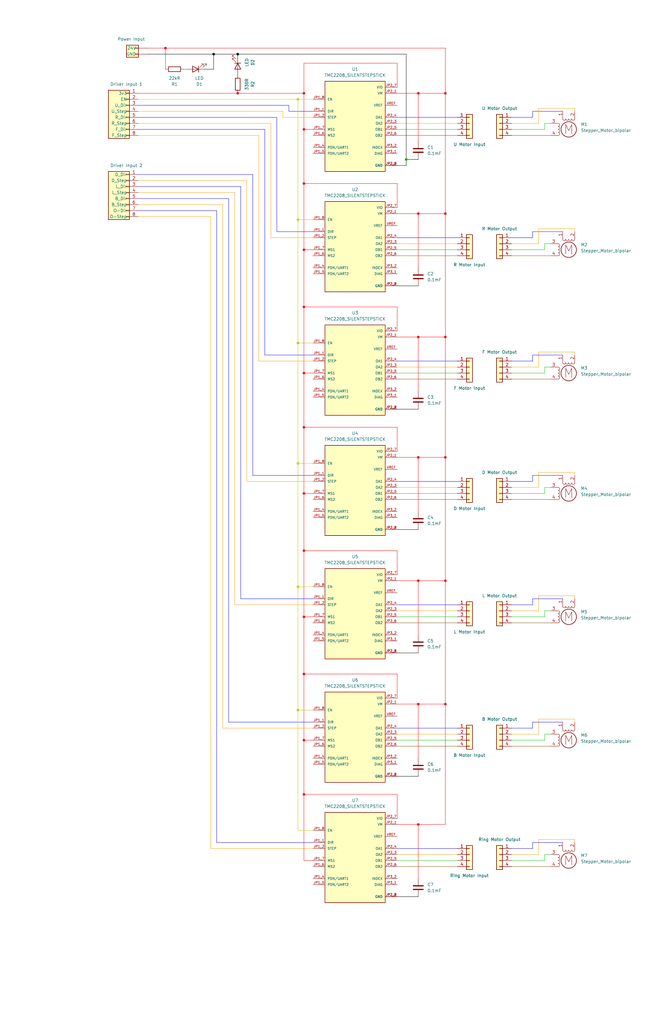
<source format=kicad_sch>
(kicad_sch (version 20231120) (generator "eeschema") (generator_version "8.0")
  (paper "B" portrait)
  (title_block (title "Rubik's Cube Motor Driver Board") (date "5/23/24") (rev "A") (company "Designed by Charlie Lambert") (comment 1 "Motor Driver baord for Rubik's Cube Solving Machine"))
  (lib_symbols
    (symbol "Conn_01x08_1" (pin_names (offset 1.016))
      (property "Value" "Driver Input 1" (at 0 11.43 0))
      (symbol "Conn_01x08_1_1_1"
        (pin passive line (at -5.08 7.62 0) (length 3.81) (name "3v3") (number "1"))
        (pin passive line (at -5.08 5.08 0) (length 3.81) (name "EN") (number "2"))
        (pin passive line (at -5.08 2.54 0) (length 3.81) (name "U_Dir") (number "3"))
        (pin passive line (at -5.08 0 0) (length 3.81) (name "U_Step") (number "4"))
        (pin passive line (at -5.08 -2.54 0) (length 3.81) (name "R_Dir") (number "5"))
        (pin passive line (at -5.08 -5.08 0) (length 3.81) (name "R_Step") (number "6"))
        (pin passive line (at -5.08 -7.62 0) (length 3.81) (name "F_Dir") (number "7"))
        (pin passive line (at -5.08 -10.16 0) (length 3.81) (name "F_Step") (number "8"))
      )
    )
    (symbol "Connector_Generic:Conn_01x02" (pin_numbers hide) (pin_names (offset 1.016))
      (property "Value" "Power Input	" (at 0 3.81 0))
      (symbol "Conn_01x02_1_1"
        (pin passive line (at -5.08 0 0) (length 3.81) (name "24V") (number "1"))
        (pin passive line (at -5.08 -2.54 0) (length 3.81) (name "GND") (number "2"))
      )
    )
    (symbol "Connector_Generic:Conn_01x04" (pin_names (offset 1.016) hide)
      (property "Reference" "J" (at 0 5.08 0))
      (property "Value" "Conn_01x04" (at 0 -7.62 0))
      (symbol "Conn_01x04_1_1"
        (pin passive line (at -5.08 2.54 0) (length 3.81) (name "Pin_1") (number "1"))
        (pin passive line (at -5.08 0 0) (length 3.81) (name "Pin_2") (number "2"))
        (pin passive line (at -5.08 -2.54 0) (length 3.81) (name "Pin_3") (number "3"))
        (pin passive line (at -5.08 -5.08 0) (length 3.81) (name "Pin_4") (number "4"))
      )
    )
    (symbol "Connector_Generic:Conn_01x08" (pin_names (offset 1.016))
      (property "Value" "Driver Input 2" (at 0 11.43 0))
      (symbol "Conn_01x08_1_1"
        (pin passive line (at -5.08 7.62 0) (length 3.81) (name "D_Dir") (number "1"))
        (pin passive line (at -5.08 5.08 0) (length 3.81) (name "D_Step") (number "2"))
        (pin passive line (at -5.08 2.54 0) (length 3.81) (name "L_Dir") (number "3"))
        (pin passive line (at -5.08 0 0) (length 3.81) (name "L_Step") (number "4"))
        (pin passive line (at -5.08 -2.54 0) (length 3.81) (name "B_Dir") (number "5"))
        (pin passive line (at -5.08 -5.08 0) (length 3.81) (name "B_Step") (number "6"))
        (pin passive line (at -5.08 -7.62 0) (length 3.81) (name "O-Dir") (number "7"))
        (pin passive line (at -5.08 -10.16 0) (length 3.81) (name "O-Step") (number "8"))
      )
    )
    (symbol "Device:C" (pin_numbers hide) (pin_names (offset 0.254))
      (property "Reference" "C" (at 0.635 2.54 0))
      (property "Value" "C" (at 0.635 -2.54 0))
      (symbol "C_1_1"
        (pin passive line (at 0 3.81 270) (length 2.794) (name "~") (number "1"))
        (pin passive line (at 0 -3.81 90) (length 2.794) (name "~") (number "2"))
      )
    )
    (symbol "Device:LED" (pin_numbers hide) (pin_names (offset 1.016) hide)
      (property "Reference" "D" (at 0 2.54 0))
      (property "Value" "LED" (at 0 -2.54 0))
      (symbol "LED_1_1"
        (pin passive line (at -3.81 0 0) (length 2.54) (name "K") (number "1"))
        (pin passive line (at 3.81 0 180) (length 2.54) (name "A") (number "2"))
      )
    )
    (symbol "Device:R" (pin_numbers hide) (pin_names (offset 0))
      (property "Reference" "R" (at 2.032 0 90))
      (property "Value" "R" (at 0 0 90))
      (symbol "R_1_1"
        (pin passive line (at 0 3.81 270) (length 1.27) (name "~") (number "1"))
        (pin passive line (at 0 -3.81 90) (length 1.27) (name "~") (number "2"))
      )
    )
    (symbol "Motor:Stepper_Motor_bipolar" (pin_names (offset 0) hide)
      (property "Reference" "M" (at 3.81 2.54 0))
      (property "Value" "Stepper_Motor_bipolar" (at 3.81 1.27 0))
      (symbol "Stepper_Motor_bipolar_1_1"
        (pin passive line (at -2.54 7.62 270) (length 2.54) (name "~") (number "1"))
        (pin passive line (at 2.54 7.62 270) (length 2.54) (name "-") (number "2"))
        (pin passive line (at -7.62 2.54 0) (length 2.54) (name "~") (number "3"))
        (pin passive line (at -7.62 -2.54 0) (length 2.54) (name "~") (number "4"))
      )
    )
    (symbol "TMC2208_SILENTSTEPSTICK:TMC2208_SILENTSTEPSTICK" (pin_names (offset 1.016))
      (property "Reference" "U" (at -12.7 19.05 0))
      (property "Value" "TMC2208_SILENTSTEPSTICK" (at -12.7 -22.86 0))
      (symbol "TMC2208_SILENTSTEPSTICK_0_0"
        (pin input line (at -17.78 5.08 0) (length 5.08) (name "DIR") (number "JP1_1"))
        (pin input line (at -17.78 2.54 0) (length 5.08) (name "STEP") (number "JP1_2"))
        (pin bidirectional line (at -17.78 -10.16 0) (length 5.08) (name "PDN/UART1") (number "JP1_4"))
        (pin bidirectional line (at -17.78 -12.7 0) (length 5.08) (name "PDN/UART2") (number "JP1_5"))
        (pin input line (at -17.78 -5.08 0) (length 5.08) (name "MS2") (number "JP1_6"))
        (pin input line (at -17.78 -2.54 0) (length 5.08) (name "MS1") (number "JP1_7"))
        (pin input line (at -17.78 10.16 0) (length 5.08) (name "EN") (number "JP1_8"))
        (pin power_in line (at 17.78 12.7 180) (length 5.08) (name "VM") (number "JP2_1"))
        (pin power_in line (at 17.78 -17.78 180) (length 5.08) (name "GND") (number "JP2_2"))
        (pin passive line (at 17.78 0 180) (length 5.08) (name "OA2") (number "JP2_3"))
        (pin passive line (at 17.78 2.54 180) (length 5.08) (name "OA1") (number "JP2_4"))
        (pin passive line (at 17.78 -2.54 180) (length 5.08) (name "OB1") (number "JP2_5"))
        (pin passive line (at 17.78 -5.08 180) (length 5.08) (name "OB2") (number "JP2_6"))
        (pin power_in line (at 17.78 15.24 180) (length 5.08) (name "VIO") (number "JP2_7"))
        (pin power_in line (at 17.78 -17.78 180) (length 5.08) (name "GND") (number "JP2_8"))
        (pin output line (at 17.78 -12.7 180) (length 5.08) (name "DIAG") (number "JP3_1"))
        (pin output line (at 17.78 -10.16 180) (length 5.08) (name "INDEX") (number "JP3_2"))
        (pin passive line (at 17.78 7.62 180) (length 5.08) (name "VREF") (number "VREF"))
      )
    )
  )
  (junction (at 128.27 129.54) (color 255 0 0 1))
  (junction (at 176.53 142.24) (color 255 0 0 1))
  (junction (at 128.27 208.28) (color 255 0 0 1))
  (junction (at 128.27 77.47) (color 255 0 0 1))
  (junction (at 176.53 297.18) (color 255 0 0 1))
  (junction (at 187.96 297.18) (color 255 0 0 1))
  (junction (at 125.73 144.78) (color 194 194 0 1))
  (junction (at 187.96 193.04) (color 255 0 0 1))
  (junction (at 100.33 39.37) (color 255 0 0 1))
  (junction (at 176.53 193.04) (color 255 0 0 1))
  (junction (at 128.27 180.34) (color 255 0 0 1))
  (junction (at 69.85 20.32) (color 255 0 0 1))
  (junction (at 128.27 260.35) (color 255 0 0 1))
  (junction (at 128.27 232.41) (color 255 0 0 1))
  (junction (at 128.27 105.41) (color 255 0 0 1))
  (junction (at 128.27 39.37) (color 255 0 0 1))
  (junction (at 125.73 41.91) (color 194 194 0 1))
  (junction (at 125.73 92.71) (color 194 194 0 1))
  (junction (at 171.45 67.31))
  (junction (at 187.96 142.24) (color 255 0 0 1))
  (junction (at 128.27 312.42) (color 255 0 0 1))
  (junction (at 176.53 39.37) (color 255 0 0 1))
  (junction (at 125.73 247.65) (color 194 194 0 1))
  (junction (at 187.96 39.37) (color 255 0 0 1))
  (junction (at 176.53 90.17) (color 255 0 0 1))
  (junction (at 187.96 90.17) (color 255 0 0 1))
  (junction (at 187.96 245.11) (color 255 0 0 1))
  (junction (at 125.73 299.72) (color 194 194 0 1))
  (junction (at 128.27 54.61) (color 255 0 0 1))
  (junction (at 128.27 284.48) (color 255 0 0 1))
  (junction (at 125.73 195.58) (color 194 194 0 1))
  (junction (at 176.53 245.11) (color 255 0 0 1))
  (junction (at 100.33 22.86) (color 0 0 0 1))
  (junction (at 90.17 22.86) (color 0 0 0 1))
  (junction (at 128.27 335.28) (color 255 0 0 1))
  (junction (at 128.27 157.48) (color 255 0 0 1))
  (junction (at 176.53 347.98) (color 255 0 0 1))
  (wire (pts (xy 167.64 105.41) (xy 193.04 105.41)) (stroke (width 0) (color 0 194 0 1)))
  (wire (pts (xy 128.27 208.28) (xy 128.27 232.41)) (stroke (width 0) (color 255 0 0 1)))
  (wire (pts (xy 227.33 303.53) (xy 242.57 303.53)) (stroke (width 0) (color 255 153 0 1)))
  (wire (pts (xy 232.41 107.95) (xy 215.9 107.95)) (stroke (width 0) (color 128 77 0 1)))
  (wire (pts (xy 132.08 157.48) (xy 128.27 157.48)) (stroke (width 0) (color 255 0 0 1)))
  (wire (pts (xy 58.42 73.66) (xy 106.68 73.66)) (stroke (width 0) (color 0 0 255 1)))
  (wire (pts (xy 227.33 148.59) (xy 227.33 154.94)) (stroke (width 0) (color 255 153 0 1)))
  (wire (pts (xy 224.79 200.66) (xy 224.79 203.2)) (stroke (width 0) (color 0 0 255 1)))
  (wire (pts (xy 215.9 358.14) (xy 224.79 358.14)) (stroke (width 0) (color 0 0 255 1)))
  (wire (pts (xy 171.45 67.31) (xy 171.45 69.85)) (stroke (width 0) (color 0 0 0 1)))
  (wire (pts (xy 132.08 46.99) (xy 121.92 46.99)) (stroke (width 0) (color 0 0 255 1)))
  (wire (pts (xy 99.06 81.28) (xy 99.06 255.27)) (stroke (width 0) (color 255 153 0 1)))
  (wire (pts (xy 116.84 49.53) (xy 58.42 49.53)) (stroke (width 0) (color 0 0 255 1)))
  (wire (pts (xy 224.79 46.99) (xy 237.49 46.99)) (stroke (width 0) (color 0 0 255 1)))
  (wire (pts (xy 171.45 67.31) (xy 176.53 67.31)) (stroke (width 0) (color 0 0 0 1)))
  (wire (pts (xy 167.64 152.4) (xy 193.04 152.4)) (stroke (width 0) (color 0 0 255 1)))
  (wire (pts (xy 58.42 88.9) (xy 91.44 88.9)) (stroke (width 0) (color 0 0 255 1)))
  (wire (pts (xy 227.33 360.68) (xy 215.9 360.68)) (stroke (width 0) (color 255 153 0 1)))
  (wire (pts (xy 167.64 260.35) (xy 193.04 260.35)) (stroke (width 0) (color 0 194 0 1)))
  (wire (pts (xy 167.64 205.74) (xy 193.04 205.74)) (stroke (width 0) (color 255 153 0 1)))
  (wire (pts (xy 100.33 39.37) (xy 128.27 39.37)) (stroke (width 0) (color 255 0 0 1)))
  (wire (pts (xy 125.73 195.58) (xy 125.73 247.65)) (stroke (width 0) (color 194 194 0 1)))
  (wire (pts (xy 167.64 107.95) (xy 193.04 107.95)) (stroke (width 0) (color 128 77 0 1)))
  (wire (pts (xy 128.27 26.67) (xy 167.64 26.67)) (stroke (width 0) (color 255 0 0 1)))
  (wire (pts (xy 176.53 245.11) (xy 167.64 245.11)) (stroke (width 0) (color 255 0 0 1)))
  (wire (pts (xy 128.27 77.47) (xy 167.64 77.47)) (stroke (width 0) (color 255 0 0 1)))
  (wire (pts (xy 215.9 255.27) (xy 224.79 255.27)) (stroke (width 0) (color 0 0 255 1)))
  (wire (pts (xy 167.64 180.34) (xy 167.64 190.5)) (stroke (width 0) (color 255 0 0 1)))
  (wire (pts (xy 176.53 267.97) (xy 176.53 245.11)) (stroke (width 0) (color 255 0 0 1)))
  (wire (pts (xy 227.33 45.72) (xy 242.57 45.72)) (stroke (width 0) (color 255 153 0 1)))
  (wire (pts (xy 187.96 245.11) (xy 176.53 245.11)) (stroke (width 0) (color 255 0 0 1)))
  (wire (pts (xy 187.96 297.18) (xy 176.53 297.18)) (stroke (width 0) (color 255 0 0 1)))
  (wire (pts (xy 167.64 314.96) (xy 193.04 314.96)) (stroke (width 0) (color 128 77 0 1)))
  (wire (pts (xy 229.87 360.68) (xy 232.41 360.68)) (stroke (width 0) (color 0 194 0 1)))
  (wire (pts (xy 176.53 320.04) (xy 176.53 297.18)) (stroke (width 0) (color 255 0 0 1)))
  (wire (pts (xy 215.9 49.53) (xy 224.79 49.53)) (stroke (width 0) (color 0 0 255 1)))
  (wire (pts (xy 224.79 200.66) (xy 237.49 200.66)) (stroke (width 0) (color 0 0 255 1)))
  (wire (pts (xy 227.33 303.53) (xy 227.33 309.88)) (stroke (width 0) (color 255 153 0 1)))
  (wire (pts (xy 187.96 193.04) (xy 176.53 193.04)) (stroke (width 0) (color 255 0 0 1)))
  (wire (pts (xy 109.22 152.4) (xy 132.08 152.4)) (stroke (width 0) (color 255 153 0 1)))
  (wire (pts (xy 176.53 165.1) (xy 176.53 142.24)) (stroke (width 0) (color 255 0 0 1)))
  (wire (pts (xy 128.27 335.28) (xy 167.64 335.28)) (stroke (width 0) (color 255 0 0 1)))
  (wire (pts (xy 125.73 41.91) (xy 125.73 92.71)) (stroke (width 0) (color 194 194 0 1)))
  (wire (pts (xy 224.79 304.8) (xy 237.49 304.8)) (stroke (width 0) (color 0 0 255 1)))
  (wire (pts (xy 58.42 83.82) (xy 96.52 83.82)) (stroke (width 0) (color 0 0 255 1)))
  (wire (pts (xy 167.64 232.41) (xy 167.64 242.57)) (stroke (width 0) (color 255 0 0 1)))
  (wire (pts (xy 167.64 203.2) (xy 193.04 203.2)) (stroke (width 0) (color 0 0 255 1)))
  (wire (pts (xy 229.87 102.87) (xy 232.41 102.87)) (stroke (width 0) (color 0 194 0 1)))
  (wire (pts (xy 132.08 363.22) (xy 128.27 363.22)) (stroke (width 0) (color 255 0 0 1)))
  (wire (pts (xy 132.08 203.2) (xy 104.14 203.2)) (stroke (width 0) (color 255 153 0 1)))
  (wire (pts (xy 125.73 41.91) (xy 132.08 41.91)) (stroke (width 0) (color 194 194 0 1)))
  (wire (pts (xy 215.9 260.35) (xy 229.87 260.35)) (stroke (width 0) (color 0 194 0 1)))
  (wire (pts (xy 224.79 149.86) (xy 224.79 152.4)) (stroke (width 0) (color 0 0 255 1)))
  (wire (pts (xy 91.44 355.6) (xy 132.08 355.6)) (stroke (width 0) (color 0 0 255 1)))
  (wire (pts (xy 128.27 157.48) (xy 128.27 180.34)) (stroke (width 0) (color 255 0 0 1)))
  (wire (pts (xy 187.96 142.24) (xy 187.96 193.04)) (stroke (width 0) (color 255 0 0 1)))
  (wire (pts (xy 100.33 22.86) (xy 100.33 24.13)) (stroke (width 0) (color 0 0 0 1)))
  (wire (pts (xy 242.57 96.52) (xy 242.57 97.79)) (stroke (width 0) (color 255 153 0 1)))
  (wire (pts (xy 128.27 54.61) (xy 128.27 77.47)) (stroke (width 0) (color 255 0 0 1)))
  (wire (pts (xy 215.9 312.42) (xy 229.87 312.42)) (stroke (width 0) (color 0 194 0 1)))
  (wire (pts (xy 229.87 360.68) (xy 229.87 363.22)) (stroke (width 0) (color 0 194 0 1)))
  (wire (pts (xy 229.87 257.81) (xy 229.87 260.35)) (stroke (width 0) (color 0 194 0 1)))
  (wire (pts (xy 176.53 39.37) (xy 167.64 39.37)) (stroke (width 0) (color 255 0 0 1)))
  (wire (pts (xy 229.87 257.81) (xy 232.41 257.81)) (stroke (width 0) (color 0 194 0 1)))
  (wire (pts (xy 128.27 284.48) (xy 167.64 284.48)) (stroke (width 0) (color 255 0 0 1)))
  (wire (pts (xy 132.08 260.35) (xy 128.27 260.35)) (stroke (width 0) (color 255 0 0 1)))
  (wire (pts (xy 125.73 247.65) (xy 125.73 299.72)) (stroke (width 0) (color 194 194 0 1)))
  (wire (pts (xy 88.9 358.14) (xy 132.08 358.14)) (stroke (width 0) (color 255 153 0 1)))
  (wire (pts (xy 88.9 91.44) (xy 58.42 91.44)) (stroke (width 0) (color 255 153 0 1)))
  (wire (pts (xy 167.64 255.27) (xy 193.04 255.27)) (stroke (width 0) (color 0 0 255 1)))
  (wire (pts (xy 215.9 152.4) (xy 224.79 152.4)) (stroke (width 0) (color 0 0 255 1)))
  (wire (pts (xy 125.73 92.71) (xy 125.73 144.78)) (stroke (width 0) (color 194 194 0 1)))
  (wire (pts (xy 91.44 88.9) (xy 91.44 355.6)) (stroke (width 0) (color 0 0 255 1)))
  (wire (pts (xy 215.9 363.22) (xy 229.87 363.22)) (stroke (width 0) (color 0 194 0 1)))
  (wire (pts (xy 224.79 355.6) (xy 224.79 358.14)) (stroke (width 0) (color 0 0 255 1)))
  (wire (pts (xy 167.64 120.65) (xy 176.53 120.65)) (stroke (width 0) (color 0 0 0 1)))
  (wire (pts (xy 132.08 208.28) (xy 128.27 208.28)) (stroke (width 0) (color 255 0 0 1)))
  (wire (pts (xy 167.64 223.52) (xy 176.53 223.52)) (stroke (width 0) (color 0 0 0 1)))
  (wire (pts (xy 167.64 307.34) (xy 193.04 307.34)) (stroke (width 0) (color 0 0 255 1)))
  (wire (pts (xy 176.53 113.03) (xy 176.53 90.17)) (stroke (width 0) (color 255 0 0 1)))
  (wire (pts (xy 88.9 358.14) (xy 88.9 91.44)) (stroke (width 0) (color 255 153 0 1)))
  (wire (pts (xy 227.33 251.46) (xy 227.33 257.81)) (stroke (width 0) (color 255 153 0 1)))
  (wire (pts (xy 119.38 46.99) (xy 58.42 46.99)) (stroke (width 0) (color 255 153 0 1)))
  (wire (pts (xy 116.84 97.79) (xy 116.84 49.53)) (stroke (width 0) (color 0 0 255 1)))
  (wire (pts (xy 128.27 312.42) (xy 128.27 335.28)) (stroke (width 0) (color 255 0 0 1)))
  (wire (pts (xy 114.3 52.07) (xy 58.42 52.07)) (stroke (width 0) (color 255 153 0 1)))
  (wire (pts (xy 232.41 365.76) (xy 215.9 365.76)) (stroke (width 0) (color 128 77 0 1)))
  (wire (pts (xy 242.57 303.53) (xy 242.57 304.8)) (stroke (width 0) (color 255 153 0 1)))
  (wire (pts (xy 167.64 172.72) (xy 176.53 172.72)) (stroke (width 0) (color 0 0 0 1)))
  (wire (pts (xy 187.96 347.98) (xy 176.53 347.98)) (stroke (width 0) (color 255 0 0 1)))
  (wire (pts (xy 224.79 97.79) (xy 237.49 97.79)) (stroke (width 0) (color 0 0 255 1)))
  (wire (pts (xy 229.87 52.07) (xy 229.87 54.61)) (stroke (width 0) (color 0 194 0 1)))
  (wire (pts (xy 224.79 252.73) (xy 237.49 252.73)) (stroke (width 0) (color 0 0 255 1)))
  (wire (pts (xy 128.27 157.48) (xy 128.27 129.54)) (stroke (width 0) (color 255 0 0 1)))
  (wire (pts (xy 111.76 54.61) (xy 111.76 149.86)) (stroke (width 0) (color 0 0 255 1)))
  (wire (pts (xy 167.64 257.81) (xy 193.04 257.81)) (stroke (width 0) (color 255 153 0 1)))
  (wire (pts (xy 224.79 46.99) (xy 224.79 49.53)) (stroke (width 0) (color 0 0 255 1)))
  (wire (pts (xy 171.45 22.86) (xy 171.45 67.31)) (stroke (width 0) (color 0 0 0 1)))
  (wire (pts (xy 176.53 347.98) (xy 167.64 347.98)) (stroke (width 0) (color 255 0 0 1)))
  (wire (pts (xy 227.33 199.39) (xy 242.57 199.39)) (stroke (width 0) (color 255 153 0 1)))
  (wire (pts (xy 229.87 205.74) (xy 232.41 205.74)) (stroke (width 0) (color 0 194 0 1)))
  (wire (pts (xy 128.27 232.41) (xy 167.64 232.41)) (stroke (width 0) (color 255 0 0 1)))
  (wire (pts (xy 167.64 208.28) (xy 193.04 208.28)) (stroke (width 0) (color 0 194 0 1)))
  (wire (pts (xy 227.33 52.07) (xy 215.9 52.07)) (stroke (width 0) (color 255 153 0 1)))
  (wire (pts (xy 215.9 54.61) (xy 229.87 54.61)) (stroke (width 0) (color 0 194 0 1)))
  (wire (pts (xy 227.33 257.81) (xy 215.9 257.81)) (stroke (width 0) (color 255 153 0 1)))
  (wire (pts (xy 167.64 52.07) (xy 193.04 52.07)) (stroke (width 0) (color 255 153 0 1)))
  (wire (pts (xy 224.79 97.79) (xy 224.79 100.33)) (stroke (width 0) (color 0 0 255 1)))
  (wire (pts (xy 187.96 20.32) (xy 187.96 39.37)) (stroke (width 0) (color 255 0 0 1)))
  (wire (pts (xy 167.64 335.28) (xy 167.64 345.44)) (stroke (width 0) (color 255 0 0 1)))
  (wire (pts (xy 125.73 247.65) (xy 132.08 247.65)) (stroke (width 0) (color 194 194 0 1)))
  (wire (pts (xy 69.85 20.32) (xy 187.96 20.32)) (stroke (width 0) (color 255 0 0 1)))
  (wire (pts (xy 128.27 260.35) (xy 128.27 232.41)) (stroke (width 0) (color 255 0 0 1)))
  (wire (pts (xy 106.68 73.66) (xy 106.68 200.66)) (stroke (width 0) (color 0 0 255 1)))
  (wire (pts (xy 62.23 20.32) (xy 69.85 20.32)) (stroke (width 0) (color 255 0 0 1)))
  (wire (pts (xy 90.17 22.86) (xy 90.17 29.21)) (stroke (width 0) (color 0 0 0 1)))
  (wire (pts (xy 229.87 52.07) (xy 232.41 52.07)) (stroke (width 0) (color 0 194 0 1)))
  (wire (pts (xy 128.27 363.22) (xy 128.27 335.28)) (stroke (width 0) (color 255 0 0 1)))
  (wire (pts (xy 224.79 252.73) (xy 224.79 255.27)) (stroke (width 0) (color 0 0 255 1)))
  (wire (pts (xy 167.64 69.85) (xy 171.45 69.85)) (stroke (width 0) (color 0 0 0 1)))
  (wire (pts (xy 90.17 29.21) (xy 86.36 29.21)) (stroke (width 0) (color 0 0 0 1)))
  (wire (pts (xy 96.52 304.8) (xy 132.08 304.8)) (stroke (width 0) (color 0 0 255 1)))
  (wire (pts (xy 125.73 144.78) (xy 132.08 144.78)) (stroke (width 0) (color 194 194 0 1)))
  (wire (pts (xy 242.57 45.72) (xy 242.57 46.99)) (stroke (width 0) (color 255 153 0 1)))
  (wire (pts (xy 128.27 105.41) (xy 128.27 129.54)) (stroke (width 0) (color 255 0 0 1)))
  (wire (pts (xy 167.64 363.22) (xy 193.04 363.22)) (stroke (width 0) (color 0 194 0 1)))
  (wire (pts (xy 224.79 355.6) (xy 237.49 355.6)) (stroke (width 0) (color 0 0 255 1)))
  (wire (pts (xy 229.87 102.87) (xy 229.87 105.41)) (stroke (width 0) (color 0 194 0 1)))
  (wire (pts (xy 229.87 154.94) (xy 232.41 154.94)) (stroke (width 0) (color 0 194 0 1)))
  (wire (pts (xy 99.06 81.28) (xy 58.42 81.28)) (stroke (width 0) (color 255 153 0 1)))
  (wire (pts (xy 242.57 148.59) (xy 242.57 149.86)) (stroke (width 0) (color 255 153 0 1)))
  (wire (pts (xy 58.42 39.37) (xy 100.33 39.37)) (stroke (width 0) (color 255 0 0 1)))
  (wire (pts (xy 187.96 90.17) (xy 176.53 90.17)) (stroke (width 0) (color 255 0 0 1)))
  (wire (pts (xy 227.33 96.52) (xy 242.57 96.52)) (stroke (width 0) (color 255 153 0 1)))
  (wire (pts (xy 232.41 210.82) (xy 215.9 210.82)) (stroke (width 0) (color 128 77 0 1)))
  (wire (pts (xy 111.76 149.86) (xy 132.08 149.86)) (stroke (width 0) (color 0 0 255 1)))
  (wire (pts (xy 232.41 314.96) (xy 215.9 314.96)) (stroke (width 0) (color 128 77 0 1)))
  (wire (pts (xy 227.33 96.52) (xy 227.33 102.87)) (stroke (width 0) (color 255 153 0 1)))
  (wire (pts (xy 167.64 77.47) (xy 167.64 87.63)) (stroke (width 0) (color 255 0 0 1)))
  (wire (pts (xy 167.64 210.82) (xy 193.04 210.82)) (stroke (width 0) (color 128 77 0 1)))
  (wire (pts (xy 227.33 251.46) (xy 242.57 251.46)) (stroke (width 0) (color 255 153 0 1)))
  (wire (pts (xy 176.53 59.69) (xy 176.53 39.37)) (stroke (width 0) (color 255 0 0 1)))
  (wire (pts (xy 232.41 57.15) (xy 215.9 57.15)) (stroke (width 0) (color 128 77 0 1)))
  (wire (pts (xy 176.53 142.24) (xy 167.64 142.24)) (stroke (width 0) (color 255 0 0 1)))
  (wire (pts (xy 167.64 284.48) (xy 167.64 294.64)) (stroke (width 0) (color 255 0 0 1)))
  (wire (pts (xy 242.57 251.46) (xy 242.57 252.73)) (stroke (width 0) (color 255 153 0 1)))
  (wire (pts (xy 121.92 44.45) (xy 58.42 44.45)) (stroke (width 0) (color 0 0 255 1)))
  (wire (pts (xy 119.38 49.53) (xy 132.08 49.53)) (stroke (width 0) (color 255 153 0 1)))
  (wire (pts (xy 125.73 299.72) (xy 125.73 350.52)) (stroke (width 0) (color 194 194 0 1)))
  (wire (pts (xy 232.41 160.02) (xy 215.9 160.02)) (stroke (width 0) (color 128 77 0 1)))
  (wire (pts (xy 58.42 41.91) (xy 125.73 41.91)) (stroke (width 0) (color 194 194 0 1)))
  (wire (pts (xy 125.73 350.52) (xy 132.08 350.52)) (stroke (width 0) (color 194 194 0 1)))
  (wire (pts (xy 114.3 100.33) (xy 114.3 52.07)) (stroke (width 0) (color 255 153 0 1)))
  (wire (pts (xy 121.92 46.99) (xy 121.92 44.45)) (stroke (width 0) (color 0 0 255 1)))
  (wire (pts (xy 167.64 26.67) (xy 167.64 36.83)) (stroke (width 0) (color 255 0 0 1)))
  (wire (pts (xy 187.96 193.04) (xy 187.96 245.11)) (stroke (width 0) (color 255 0 0 1)))
  (wire (pts (xy 78.74 29.21) (xy 77.47 29.21)))
  (wire (pts (xy 167.64 312.42) (xy 193.04 312.42)) (stroke (width 0) (color 0 194 0 1)))
  (wire (pts (xy 101.6 252.73) (xy 101.6 78.74)) (stroke (width 0) (color 0 0 255 1)))
  (wire (pts (xy 176.53 297.18) (xy 167.64 297.18)) (stroke (width 0) (color 255 0 0 1)))
  (wire (pts (xy 58.42 57.15) (xy 109.22 57.15)) (stroke (width 0) (color 255 153 0 1)))
  (wire (pts (xy 167.64 275.59) (xy 176.53 275.59)) (stroke (width 0) (color 0 0 0 1)))
  (wire (pts (xy 229.87 154.94) (xy 229.87 157.48)) (stroke (width 0) (color 0 194 0 1)))
  (wire (pts (xy 128.27 105.41) (xy 128.27 77.47)) (stroke (width 0) (color 255 0 0 1)))
  (wire (pts (xy 167.64 54.61) (xy 193.04 54.61)) (stroke (width 0) (color 0 194 0 1)))
  (wire (pts (xy 242.57 199.39) (xy 242.57 200.66)) (stroke (width 0) (color 255 153 0 1)))
  (wire (pts (xy 167.64 262.89) (xy 193.04 262.89)) (stroke (width 0) (color 128 77 0 1)))
  (wire (pts (xy 167.64 327.66) (xy 176.53 327.66)) (stroke (width 0) (color 0 0 0 1)))
  (wire (pts (xy 167.64 129.54) (xy 167.64 139.7)) (stroke (width 0) (color 255 0 0 1)))
  (wire (pts (xy 167.64 378.46) (xy 176.53 378.46)) (stroke (width 0) (color 0 0 0 1)))
  (wire (pts (xy 99.06 255.27) (xy 132.08 255.27)) (stroke (width 0) (color 255 153 0 1)))
  (wire (pts (xy 227.33 309.88) (xy 215.9 309.88)) (stroke (width 0) (color 255 153 0 1)))
  (wire (pts (xy 132.08 97.79) (xy 116.84 97.79)) (stroke (width 0) (color 0 0 255 1)))
  (wire (pts (xy 125.73 144.78) (xy 125.73 195.58)) (stroke (width 0) (color 194 194 0 1)))
  (wire (pts (xy 119.38 49.53) (xy 119.38 46.99)) (stroke (width 0) (color 255 153 0 1)))
  (wire (pts (xy 227.33 154.94) (xy 215.9 154.94)) (stroke (width 0) (color 255 153 0 1)))
  (wire (pts (xy 58.42 54.61) (xy 111.76 54.61)) (stroke (width 0) (color 0 0 255 1)))
  (wire (pts (xy 93.98 86.36) (xy 93.98 307.34)) (stroke (width 0) (color 255 153 0 1)))
  (wire (pts (xy 229.87 309.88) (xy 229.87 312.42)) (stroke (width 0) (color 0 194 0 1)))
  (wire (pts (xy 106.68 200.66) (xy 132.08 200.66)) (stroke (width 0) (color 0 0 255 1)))
  (wire (pts (xy 176.53 193.04) (xy 167.64 193.04)) (stroke (width 0) (color 255 0 0 1)))
  (wire (pts (xy 167.64 157.48) (xy 193.04 157.48)) (stroke (width 0) (color 0 194 0 1)))
  (wire (pts (xy 104.14 76.2) (xy 58.42 76.2)) (stroke (width 0) (color 255 153 0 1)))
  (wire (pts (xy 227.33 354.33) (xy 227.33 360.68)) (stroke (width 0) (color 255 153 0 1)))
  (wire (pts (xy 187.96 39.37) (xy 187.96 90.17)) (stroke (width 0) (color 255 0 0 1)))
  (wire (pts (xy 93.98 307.34) (xy 132.08 307.34)) (stroke (width 0) (color 255 153 0 1)))
  (wire (pts (xy 229.87 309.88) (xy 232.41 309.88)) (stroke (width 0) (color 0 194 0 1)))
  (wire (pts (xy 167.64 57.15) (xy 193.04 57.15)) (stroke (width 0) (color 128 77 0 1)))
  (wire (pts (xy 90.17 22.86) (xy 100.33 22.86)) (stroke (width 0) (color 0 0 0 1)))
  (wire (pts (xy 167.64 358.14) (xy 193.04 358.14)) (stroke (width 0) (color 0 0 255 1)))
  (wire (pts (xy 227.33 102.87) (xy 215.9 102.87)) (stroke (width 0) (color 255 153 0 1)))
  (wire (pts (xy 132.08 252.73) (xy 101.6 252.73)) (stroke (width 0) (color 0 0 255 1)))
  (wire (pts (xy 215.9 100.33) (xy 224.79 100.33)) (stroke (width 0) (color 0 0 255 1)))
  (wire (pts (xy 242.57 354.33) (xy 242.57 355.6)) (stroke (width 0) (color 255 153 0 1)))
  (wire (pts (xy 229.87 205.74) (xy 229.87 208.28)) (stroke (width 0) (color 0 194 0 1)))
  (wire (pts (xy 128.27 129.54) (xy 167.64 129.54)) (stroke (width 0) (color 255 0 0 1)))
  (wire (pts (xy 176.53 215.9) (xy 176.53 193.04)) (stroke (width 0) (color 255 0 0 1)))
  (wire (pts (xy 128.27 180.34) (xy 167.64 180.34)) (stroke (width 0) (color 255 0 0 1)))
  (wire (pts (xy 167.64 309.88) (xy 193.04 309.88)) (stroke (width 0) (color 255 153 0 1)))
  (wire (pts (xy 232.41 262.89) (xy 215.9 262.89)) (stroke (width 0) (color 128 77 0 1)))
  (wire (pts (xy 132.08 312.42) (xy 128.27 312.42)) (stroke (width 0) (color 255 0 0 1)))
  (wire (pts (xy 227.33 45.72) (xy 227.33 52.07)) (stroke (width 0) (color 255 153 0 1)))
  (wire (pts (xy 128.27 39.37) (xy 128.27 26.67)) (stroke (width 0) (color 255 0 0 1)))
  (wire (pts (xy 128.27 39.37) (xy 128.27 54.61)) (stroke (width 0) (color 255 0 0 1)))
  (wire (pts (xy 167.64 360.68) (xy 193.04 360.68)) (stroke (width 0) (color 255 153 0 1)))
  (wire (pts (xy 215.9 208.28) (xy 229.87 208.28)) (stroke (width 0) (color 0 194 0 1)))
  (wire (pts (xy 187.96 90.17) (xy 187.96 142.24)) (stroke (width 0) (color 255 0 0 1)))
  (wire (pts (xy 125.73 195.58) (xy 132.08 195.58)) (stroke (width 0) (color 194 194 0 1)))
  (wire (pts (xy 167.64 154.94) (xy 193.04 154.94)) (stroke (width 0) (color 255 153 0 1)))
  (wire (pts (xy 167.64 100.33) (xy 193.04 100.33)) (stroke (width 0) (color 0 0 255 1)))
  (wire (pts (xy 227.33 199.39) (xy 227.33 205.74)) (stroke (width 0) (color 255 153 0 1)))
  (wire (pts (xy 187.96 142.24) (xy 176.53 142.24)) (stroke (width 0) (color 255 0 0 1)))
  (wire (pts (xy 227.33 205.74) (xy 215.9 205.74)) (stroke (width 0) (color 255 153 0 1)))
  (wire (pts (xy 167.64 365.76) (xy 193.04 365.76)) (stroke (width 0) (color 128 77 0 1)))
  (wire (pts (xy 128.27 312.42) (xy 128.27 284.48)) (stroke (width 0) (color 255 0 0 1)))
  (wire (pts (xy 69.85 20.32) (xy 69.85 29.21)) (stroke (width 0) (color 255 0 0 1)))
  (wire (pts (xy 167.64 102.87) (xy 193.04 102.87)) (stroke (width 0) (color 255 153 0 1)))
  (wire (pts (xy 215.9 157.48) (xy 229.87 157.48)) (stroke (width 0) (color 0 194 0 1)))
  (wire (pts (xy 167.64 49.53) (xy 193.04 49.53)) (stroke (width 0) (color 0 0 255 1)))
  (wire (pts (xy 104.14 203.2) (xy 104.14 76.2)) (stroke (width 0) (color 255 153 0 1)))
  (wire (pts (xy 132.08 54.61) (xy 128.27 54.61)) (stroke (width 0) (color 255 0 0 1)))
  (wire (pts (xy 96.52 304.8) (xy 96.52 83.82)) (stroke (width 0) (color 0 0 255 1)))
  (wire (pts (xy 215.9 307.34) (xy 224.79 307.34)) (stroke (width 0) (color 0 0 255 1)))
  (wire (pts (xy 215.9 203.2) (xy 224.79 203.2)) (stroke (width 0) (color 0 0 255 1)))
  (wire (pts (xy 132.08 105.41) (xy 128.27 105.41)) (stroke (width 0) (color 255 0 0 1)))
  (wire (pts (xy 187.96 245.11) (xy 187.96 297.18)) (stroke (width 0) (color 255 0 0 1)))
  (wire (pts (xy 132.08 100.33) (xy 114.3 100.33)) (stroke (width 0) (color 255 153 0 1)))
  (wire (pts (xy 128.27 208.28) (xy 128.27 180.34)) (stroke (width 0) (color 255 0 0 1)))
  (wire (pts (xy 125.73 299.72) (xy 132.08 299.72)) (stroke (width 0) (color 194 194 0 1)))
  (wire (pts (xy 176.53 90.17) (xy 167.64 90.17)) (stroke (width 0) (color 255 0 0 1)))
  (wire (pts (xy 224.79 149.86) (xy 237.49 149.86)) (stroke (width 0) (color 0 0 255 1)))
  (wire (pts (xy 58.42 78.74) (xy 101.6 78.74)) (stroke (width 0) (color 0 0 255 1)))
  (wire (pts (xy 227.33 148.59) (xy 242.57 148.59)) (stroke (width 0) (color 255 153 0 1)))
  (wire (pts (xy 62.23 22.86) (xy 90.17 22.86)) (stroke (width 0) (color 0 0 0 1)))
  (wire (pts (xy 187.96 39.37) (xy 176.53 39.37)) (stroke (width 0) (color 255 0 0 1)))
  (wire (pts (xy 224.79 304.8) (xy 224.79 307.34)) (stroke (width 0) (color 0 0 255 1)))
  (wire (pts (xy 176.53 370.84) (xy 176.53 347.98)) (stroke (width 0) (color 255 0 0 1)))
  (wire (pts (xy 227.33 354.33) (xy 242.57 354.33)) (stroke (width 0) (color 255 153 0 1)))
  (wire (pts (xy 215.9 105.41) (xy 229.87 105.41)) (stroke (width 0) (color 0 194 0 1)))
  (wire (pts (xy 100.33 22.86) (xy 171.45 22.86)) (stroke (width 0) (color 0 0 0 1)))
  (wire (pts (xy 93.98 86.36) (xy 58.42 86.36)) (stroke (width 0) (color 255 153 0 1)))
  (wire (pts (xy 125.73 92.71) (xy 132.08 92.71)) (stroke (width 0) (color 194 194 0 1)))
  (wire (pts (xy 128.27 260.35) (xy 128.27 284.48)) (stroke (width 0) (color 255 0 0 1)))
  (wire (pts (xy 187.96 297.18) (xy 187.96 347.98)) (stroke (width 0) (color 255 0 0 1)))
  (wire (pts (xy 109.22 57.15) (xy 109.22 152.4)) (stroke (width 0) (color 255 153 0 1)))
  (wire (pts (xy 167.64 160.02) (xy 193.04 160.02)) (stroke (width 0) (color 128 77 0 1)))
  (symbol (lib_id "Connector_Generic:Conn_01x04") (at 198.12 52.07 0) (unit 1)
    (property "Reference" "J2" (effects (hide yes)))
    (property "Value" "U Motor Input" (at 198.12 60.96 0))
    (property "Footprint" "Connector_JST:JST_XH_B4B-XH-A_1x04_P2.50mm_Vertical" (effects (hide yes)))
    (property "Description" "Generic connector, single row, 01x04, script generated (kicad-library-utils/schlib/autogen/connector/)" (effects (hide yes)))
  )
  (symbol (lib_id "Motor:Stepper_Motor_bipolar") (at 240.03 260.35 0) (unit 1) (exclude_from_sim yes) (in_bom no) (on_board no)
    (property "Reference" "M5" (at 245.11 258.229 0) (effects (justify left)))
    (property "Value" "Stepper_Motor_bipolar" (at 245.11 260.769 0) (effects (justify left)))
    (property "Datasheet" "http://www.infineon.com/dgdl/Application-Note-TLE8110EE_driving_UniPolarStepperMotor_V1.1.pdf?fileId=db3a30431be39b97011be5d0aa0a00b0" (effects (hide yes)))
    (property "Description" "4-wire bipolar stepper motor" (effects (hide yes)))
  )
  (symbol (lib_id "TMC2208_SILENTSTEPSTICK:TMC2208_SILENTSTEPSTICK") (at 149.86 102.87 0) (unit 1)
    (property "Reference" "U2" (at 149.86 80.01 0))
    (property "Value" "TMC2208_SILENTSTEPSTICK" (at 149.86 82.55 0))
    (property "Footprint" "TMC2208_SILENTSTEPSTICK:MODULE_TMC2208_SILENTSTEPSTICK" (effects (hide yes)))
    (property "MF" "Trinamic Motion" (effects (hide yes)))
    (property "Description_1" "\nTMC2208 Motor Controller/Driver, Stepper Power Management Evaluation Board\n" (effects (hide yes)))
    (property "Package" "None" (effects (hide yes)))
    (property "Price" "None" (effects (hide yes)))
    (property "Check_prices" "https://www.snapeda.com/parts/TMC2208%20SILENTSTEPSTICK/Trinamic+Motion+Control+GmbH/view-part/?ref=eda" (effects (hide yes)))
    (property "SnapEDA_Link" "https://www.snapeda.com/parts/TMC2208%20SILENTSTEPSTICK/Trinamic+Motion+Control+GmbH/view-part/?ref=snap" (effects (hide yes)))
    (property "MP" "TMC2208 SILENTSTEPSTICK" (effects (hide yes)))
    (property "Availability" "In Stock" (effects (hide yes)))
    (property "MANUFACTURER" "Trinamic Motion" (effects (hide yes)))
  )
  (symbol (lib_id "Device:R") (at 100.33 35.56 0) (unit 1)
    (property "Reference" "R2" (at 106.68 35.56 90))
    (property "Value" "330R" (at 104.14 35.56 90))
    (property "Footprint" "Resistor_THT:R_Axial_DIN0204_L3.6mm_D1.6mm_P7.62mm_Horizontal" (effects (hide yes)))
    (property "Description" "Resistor" (effects (hide yes)))
  )
  (symbol (lib_id "Device:C") (at 176.53 271.78 180) (unit 1)
    (property "Reference" "C5" (at 180.34 270.5099 0) (effects (justify right)))
    (property "Value" "0.1mF" (at 180.34 273.0499 0) (effects (justify right)))
    (property "Footprint" "Capacitor_THT:C_Radial_D4.0mm_H7.0mm_P1.50mm" (effects (hide yes)))
    (property "Description" "Unpolarized capacitor" (effects (hide yes)))
  )
  (symbol (lib_id "Device:C") (at 176.53 116.84 180) (unit 1)
    (property "Reference" "C2" (at 180.34 115.5699 0) (effects (justify right)))
    (property "Value" "0.1mF" (at 180.34 118.1099 0) (effects (justify right)))
    (property "Footprint" "Capacitor_THT:C_Radial_D4.0mm_H7.0mm_P1.50mm" (effects (hide yes)))
    (property "Description" "Unpolarized capacitor" (effects (hide yes)))
  )
  (symbol (lib_id "Connector_Generic:Conn_01x04") (at 210.82 205.74 0) (mirror y) (unit 1) (exclude_from_sim yes) (in_bom no) (on_board no)
    (property "Reference" "J9" (effects (hide yes)))
    (property "Value" "D Motor Output" (at 210.82 199.39 0))
    (property "Footprint" "Connector_JST:JST_XH_B4B-XH-A_1x04_P2.50mm_Vertical" (effects (hide yes)))
    (property "Description" "Generic connector, single row, 01x04, script generated (kicad-library-utils/schlib/autogen/connector/)" (effects (hide yes)))
  )
  (symbol (lib_id "Connector_Generic:Conn_01x04") (at 198.12 154.94 0) (unit 1)
    (property "Reference" "J6" (effects (hide yes)))
    (property "Value" "F Motor Input" (at 198.12 163.83 0))
    (property "Footprint" "Connector_JST:JST_XH_B4B-XH-A_1x04_P2.50mm_Vertical" (effects (hide yes)))
    (property "Description" "Generic connector, single row, 01x04, script generated (kicad-library-utils/schlib/autogen/connector/)" (effects (hide yes)))
  )
  (symbol (lib_id "Connector_Generic:Conn_01x04") (at 198.12 309.88 0) (unit 1)
    (property "Reference" "J11" (effects (hide yes)))
    (property "Value" "B Motor Input" (at 198.12 318.77 0))
    (property "Footprint" "Connector_JST:JST_XH_B4B-XH-A_1x04_P2.50mm_Vertical" (effects (hide yes)))
    (property "Description" "Generic connector, single row, 01x04, script generated (kicad-library-utils/schlib/autogen/connector/)" (effects (hide yes)))
  )
  (symbol (lib_id "Motor:Stepper_Motor_bipolar") (at 240.03 208.28 0) (unit 1) (exclude_from_sim yes) (in_bom no) (on_board no)
    (property "Reference" "M4" (at 245.11 206.159 0) (effects (justify left)))
    (property "Value" "Stepper_Motor_bipolar" (at 245.11 208.699 0) (effects (justify left)))
    (property "Datasheet" "http://www.infineon.com/dgdl/Application-Note-TLE8110EE_driving_UniPolarStepperMotor_V1.1.pdf?fileId=db3a30431be39b97011be5d0aa0a00b0" (effects (hide yes)))
    (property "Description" "4-wire bipolar stepper motor" (effects (hide yes)))
  )
  (symbol (lib_id "TMC2208_SILENTSTEPSTICK:TMC2208_SILENTSTEPSTICK") (at 149.86 205.74 0) (unit 1)
    (property "Reference" "U4" (at 149.86 182.88 0))
    (property "Value" "TMC2208_SILENTSTEPSTICK" (at 149.86 185.42 0))
    (property "Footprint" "TMC2208_SILENTSTEPSTICK:MODULE_TMC2208_SILENTSTEPSTICK" (effects (hide yes)))
    (property "MF" "Trinamic Motion" (effects (hide yes)))
    (property "Description_1" "\nTMC2208 Motor Controller/Driver, Stepper Power Management Evaluation Board\n" (effects (hide yes)))
    (property "Package" "None" (effects (hide yes)))
    (property "Price" "None" (effects (hide yes)))
    (property "Check_prices" "https://www.snapeda.com/parts/TMC2208%20SILENTSTEPSTICK/Trinamic+Motion+Control+GmbH/view-part/?ref=eda" (effects (hide yes)))
    (property "SnapEDA_Link" "https://www.snapeda.com/parts/TMC2208%20SILENTSTEPSTICK/Trinamic+Motion+Control+GmbH/view-part/?ref=snap" (effects (hide yes)))
    (property "MP" "TMC2208 SILENTSTEPSTICK" (effects (hide yes)))
    (property "Availability" "In Stock" (effects (hide yes)))
    (property "MANUFACTURER" "Trinamic Motion" (effects (hide yes)))
  )
  (symbol (lib_id "Device:C") (at 176.53 219.71 180) (unit 1)
    (property "Reference" "C4" (at 180.34 218.4399 0) (effects (justify right)))
    (property "Value" "0.1mF" (at 180.34 220.9799 0) (effects (justify right)))
    (property "Footprint" "Capacitor_THT:C_Radial_D4.0mm_H7.0mm_P1.50mm" (effects (hide yes)))
    (property "Description" "Unpolarized capacitor" (effects (hide yes)))
  )
  (symbol (lib_id "Device:LED") (at 82.55 29.21 180) (unit 1)
    (property "Reference" "D1" (at 84.1375 35.56 0))
    (property "Value" "LED" (at 84.1375 33.02 0))
    (property "Footprint" "LED_THT:LED_D5.0mm" (effects (hide yes)))
    (property "Description" "Light emitting diode" (effects (hide yes)))
  )
  (symbol (lib_id "Connector_Generic:Conn_01x04") (at 198.12 257.81 0) (unit 1)
    (property "Reference" "J10" (effects (hide yes)))
    (property "Value" "L Motor Input" (at 198.12 266.7 0))
    (property "Footprint" "Connector_JST:JST_XH_B4B-XH-A_1x04_P2.50mm_Vertical" (effects (hide yes)))
    (property "Description" "Generic connector, single row, 01x04, script generated (kicad-library-utils/schlib/autogen/connector/)" (effects (hide yes)))
  )
  (symbol (lib_id "Connector_Generic:Conn_01x04") (at 210.82 154.94 0) (mirror y) (unit 1) (exclude_from_sim yes) (in_bom no) (on_board no)
    (property "Reference" "J8" (effects (hide yes)))
    (property "Value" "F Motor Output" (at 210.82 148.59 0))
    (property "Footprint" "Connector_JST:JST_XH_B4B-XH-A_1x04_P2.50mm_Vertical" (effects (hide yes)))
    (property "Description" "Generic connector, single row, 01x04, script generated (kicad-library-utils/schlib/autogen/connector/)" (effects (hide yes)))
  )
  (symbol (lib_id "Motor:Stepper_Motor_bipolar") (at 240.03 157.48 0) (unit 1) (exclude_from_sim yes) (in_bom no) (on_board no)
    (property "Reference" "M3" (at 245.11 155.359 0) (effects (justify left)))
    (property "Value" "Stepper_Motor_bipolar" (at 245.11 157.899 0) (effects (justify left)))
    (property "Datasheet" "http://www.infineon.com/dgdl/Application-Note-TLE8110EE_driving_UniPolarStepperMotor_V1.1.pdf?fileId=db3a30431be39b97011be5d0aa0a00b0" (effects (hide yes)))
    (property "Description" "4-wire bipolar stepper motor" (effects (hide yes)))
  )
  (symbol (lib_id "Connector_Generic:Conn_01x02") (at 57.15 20.32 0) (mirror y) (unit 1)
    (property "Reference" "J1" (effects (hide yes)))
    (property "Value" "Power Input	" (at 57.15 16.51 0))
    (property "Footprint" "Connector_JST:JST_XH_B4B-XH-A_1x04_P2.50mm_Vertical" (effects (hide yes)))
    (property "Description" "Generic connector, single row, 01x02, script generated (kicad-library-utils/schlib/autogen/connector/)" (effects (hide yes)))
  )
  (symbol (lib_id "Device:C") (at 176.53 168.91 180) (unit 1)
    (property "Reference" "C3" (at 180.34 167.6399 0) (effects (justify right)))
    (property "Value" "0.1mF" (at 180.34 170.1799 0) (effects (justify right)))
    (property "Footprint" "Capacitor_THT:C_Radial_D4.0mm_H7.0mm_P1.50mm" (effects (hide yes)))
    (property "Description" "Unpolarized capacitor" (effects (hide yes)))
  )
  (symbol (lib_id "Device:C") (at 176.53 374.65 180) (unit 1)
    (property "Reference" "C7" (at 180.34 373.3799 0) (effects (justify right)))
    (property "Value" "0.1mF" (at 180.34 375.9199 0) (effects (justify right)))
    (property "Footprint" "Capacitor_THT:C_Radial_D4.0mm_H7.0mm_P1.50mm" (effects (hide yes)))
    (property "Description" "Unpolarized capacitor" (effects (hide yes)))
  )
  (symbol (lib_id "Device:R") (at 73.66 29.21 270) (unit 1)
    (property "Reference" "R1" (at 73.66 35.56 90))
    (property "Value" "22kR" (at 73.66 33.02 90))
    (property "Footprint" "Resistor_THT:R_Axial_DIN0204_L3.6mm_D1.6mm_P7.62mm_Horizontal" (effects (hide yes)))
    (property "Description" "Resistor" (effects (hide yes)))
  )
  (symbol (lib_id "TMC2208_SILENTSTEPSTICK:TMC2208_SILENTSTEPSTICK") (at 149.86 52.07 0) (unit 1)
    (property "Reference" "U1" (at 149.86 29.21 0))
    (property "Value" "TMC2208_SILENTSTEPSTICK" (at 149.86 31.75 0))
    (property "Footprint" "TMC2208_SILENTSTEPSTICK:MODULE_TMC2208_SILENTSTEPSTICK" (effects (hide yes)))
    (property "MF" "Trinamic Motion" (effects (hide yes)))
    (property "Description_1" "\nTMC2208 Motor Controller/Driver, Stepper Power Management Evaluation Board\n" (effects (hide yes)))
    (property "Package" "None" (effects (hide yes)))
    (property "Price" "None" (effects (hide yes)))
    (property "Check_prices" "https://www.snapeda.com/parts/TMC2208%20SILENTSTEPSTICK/Trinamic+Motion+Control+GmbH/view-part/?ref=eda" (effects (hide yes)))
    (property "SnapEDA_Link" "https://www.snapeda.com/parts/TMC2208%20SILENTSTEPSTICK/Trinamic+Motion+Control+GmbH/view-part/?ref=snap" (effects (hide yes)))
    (property "MP" "TMC2208 SILENTSTEPSTICK" (effects (hide yes)))
    (property "Availability" "In Stock" (effects (hide yes)))
    (property "MANUFACTURER" "Trinamic Motion" (effects (hide yes)))
  )
  (symbol (lib_id "Motor:Stepper_Motor_bipolar") (at 240.03 54.61 0) (unit 1) (exclude_from_sim yes) (in_bom no) (on_board no)
    (property "Reference" "M1" (at 245.11 52.489 0) (effects (justify left)))
    (property "Value" "Stepper_Motor_bipolar" (at 245.11 55.029 0) (effects (justify left)))
    (property "Datasheet" "http://www.infineon.com/dgdl/Application-Note-TLE8110EE_driving_UniPolarStepperMotor_V1.1.pdf?fileId=db3a30431be39b97011be5d0aa0a00b0" (effects (hide yes)))
    (property "Description" "4-wire bipolar stepper motor" (effects (hide yes)))
  )
  (symbol (lib_id "TMC2208_SILENTSTEPSTICK:TMC2208_SILENTSTEPSTICK") (at 149.86 154.94 0) (unit 1)
    (property "Reference" "U3" (at 149.86 132.08 0))
    (property "Value" "TMC2208_SILENTSTEPSTICK" (at 149.86 134.62 0))
    (property "Footprint" "TMC2208_SILENTSTEPSTICK:MODULE_TMC2208_SILENTSTEPSTICK" (effects (hide yes)))
    (property "MF" "Trinamic Motion" (effects (hide yes)))
    (property "Description_1" "\nTMC2208 Motor Controller/Driver, Stepper Power Management Evaluation Board\n" (effects (hide yes)))
    (property "Package" "None" (effects (hide yes)))
    (property "Price" "None" (effects (hide yes)))
    (property "Check_prices" "https://www.snapeda.com/parts/TMC2208%20SILENTSTEPSTICK/Trinamic+Motion+Control+GmbH/view-part/?ref=eda" (effects (hide yes)))
    (property "SnapEDA_Link" "https://www.snapeda.com/parts/TMC2208%20SILENTSTEPSTICK/Trinamic+Motion+Control+GmbH/view-part/?ref=snap" (effects (hide yes)))
    (property "MP" "TMC2208 SILENTSTEPSTICK" (effects (hide yes)))
    (property "Availability" "In Stock" (effects (hide yes)))
    (property "MANUFACTURER" "Trinamic Motion" (effects (hide yes)))
  )
  (symbol (lib_id "Device:LED") (at 100.33 27.94 270) (unit 1)
    (property "Reference" "D2" (at 106.68 26.3525 0))
    (property "Value" "LED" (at 104.14 26.3525 0))
    (property "Footprint" "LED_THT:LED_D5.0mm" (effects (hide yes)))
    (property "Description" "Light emitting diode" (effects (hide yes)))
  )
  (symbol (lib_id "TMC2208_SILENTSTEPSTICK:TMC2208_SILENTSTEPSTICK") (at 149.86 360.68 0) (unit 1)
    (property "Reference" "U7" (at 149.86 337.82 0))
    (property "Value" "TMC2208_SILENTSTEPSTICK" (at 149.86 340.36 0))
    (property "Footprint" "TMC2208_SILENTSTEPSTICK:MODULE_TMC2208_SILENTSTEPSTICK" (effects (hide yes)))
    (property "MF" "Trinamic Motion" (effects (hide yes)))
    (property "Description_1" "\nTMC2208 Motor Controller/Driver, Stepper Power Management Evaluation Board\n" (effects (hide yes)))
    (property "Package" "None" (effects (hide yes)))
    (property "Price" "None" (effects (hide yes)))
    (property "Check_prices" "https://www.snapeda.com/parts/TMC2208%20SILENTSTEPSTICK/Trinamic+Motion+Control+GmbH/view-part/?ref=eda" (effects (hide yes)))
    (property "SnapEDA_Link" "https://www.snapeda.com/parts/TMC2208%20SILENTSTEPSTICK/Trinamic+Motion+Control+GmbH/view-part/?ref=snap" (effects (hide yes)))
    (property "MP" "TMC2208 SILENTSTEPSTICK" (effects (hide yes)))
    (property "Availability" "In Stock" (effects (hide yes)))
    (property "MANUFACTURER" "Trinamic Motion" (effects (hide yes)))
  )
  (symbol (lib_id "Device:C") (at 176.53 63.5 180) (unit 1)
    (property "Reference" "C1" (at 180.34 62.2299 0) (effects (justify right)))
    (property "Value" "0.1mF" (at 180.34 64.7699 0) (effects (justify right)))
    (property "Footprint" "Capacitor_THT:C_Radial_D4.0mm_H7.0mm_P1.50mm" (effects (hide yes)))
    (property "Description" "Unpolarized capacitor" (effects (hide yes)))
  )
  (symbol (lib_id "Connector_Generic:Conn_01x04") (at 210.82 309.88 0) (mirror y) (unit 1) (exclude_from_sim yes) (in_bom no) (on_board no)
    (property "Reference" "J14" (effects (hide yes)))
    (property "Value" "B Motor Output" (at 210.82 303.53 0))
    (property "Footprint" "Connector_JST:JST_XH_B4B-XH-A_1x04_P2.50mm_Vertical" (effects (hide yes)))
    (property "Description" "Generic connector, single row, 01x04, script generated (kicad-library-utils/schlib/autogen/connector/)" (effects (hide yes)))
  )
  (symbol (lib_id "Connector_Generic:Conn_01x04") (at 198.12 102.87 0) (unit 1)
    (property "Reference" "J4" (effects (hide yes)))
    (property "Value" "R Motor Input" (at 198.12 111.76 0))
    (property "Footprint" "Connector_JST:JST_XH_B4B-XH-A_1x04_P2.50mm_Vertical" (effects (hide yes)))
    (property "Description" "Generic connector, single row, 01x04, script generated (kicad-library-utils/schlib/autogen/connector/)" (effects (hide yes)))
  )
  (symbol (lib_id "Motor:Stepper_Motor_bipolar") (at 240.03 105.41 0) (unit 1) (exclude_from_sim yes) (in_bom no) (on_board no)
    (property "Reference" "M2" (at 245.11 103.289 0) (effects (justify left)))
    (property "Value" "Stepper_Motor_bipolar" (at 245.11 105.829 0) (effects (justify left)))
    (property "Datasheet" "http://www.infineon.com/dgdl/Application-Note-TLE8110EE_driving_UniPolarStepperMotor_V1.1.pdf?fileId=db3a30431be39b97011be5d0aa0a00b0" (effects (hide yes)))
    (property "Description" "4-wire bipolar stepper motor" (effects (hide yes)))
  )
  (symbol (lib_id "Device:C") (at 176.53 323.85 180) (unit 1)
    (property "Reference" "C6" (at 180.34 322.5799 0) (effects (justify right)))
    (property "Value" "0.1mF" (at 180.34 325.1199 0) (effects (justify right)))
    (property "Footprint" "Capacitor_THT:C_Radial_D4.0mm_H7.0mm_P1.50mm" (effects (hide yes)))
    (property "Description" "Unpolarized capacitor" (effects (hide yes)))
  )
  (symbol (lib_id "Connector_Generic:Conn_01x04") (at 210.82 360.68 0) (mirror y) (unit 1) (exclude_from_sim yes) (in_bom no) (on_board no)
    (property "Reference" "J15" (effects (hide yes)))
    (property "Value" "Ring Motor Output" (at 210.82 354.33 0))
    (property "Footprint" "Connector_JST:JST_XH_B4B-XH-A_1x04_P2.50mm_Vertical" (effects (hide yes)))
    (property "Description" "Generic connector, single row, 01x04, script generated (kicad-library-utils/schlib/autogen/connector/)" (effects (hide yes)))
  )
  (symbol (lib_id "TMC2208_SILENTSTEPSTICK:TMC2208_SILENTSTEPSTICK") (at 149.86 257.81 0) (unit 1)
    (property "Reference" "U5" (at 149.86 234.95 0))
    (property "Value" "TMC2208_SILENTSTEPSTICK" (at 149.86 237.49 0))
    (property "Footprint" "TMC2208_SILENTSTEPSTICK:MODULE_TMC2208_SILENTSTEPSTICK" (effects (hide yes)))
    (property "MF" "Trinamic Motion" (effects (hide yes)))
    (property "Description_1" "\nTMC2208 Motor Controller/Driver, Stepper Power Management Evaluation Board\n" (effects (hide yes)))
    (property "Package" "None" (effects (hide yes)))
    (property "Price" "None" (effects (hide yes)))
    (property "Check_prices" "https://www.snapeda.com/parts/TMC2208%20SILENTSTEPSTICK/Trinamic+Motion+Control+GmbH/view-part/?ref=eda" (effects (hide yes)))
    (property "SnapEDA_Link" "https://www.snapeda.com/parts/TMC2208%20SILENTSTEPSTICK/Trinamic+Motion+Control+GmbH/view-part/?ref=snap" (effects (hide yes)))
    (property "MP" "TMC2208 SILENTSTEPSTICK" (effects (hide yes)))
    (property "Availability" "In Stock" (effects (hide yes)))
    (property "MANUFACTURER" "Trinamic Motion" (effects (hide yes)))
  )
  (symbol (lib_id "Connector_Generic:Conn_01x04") (at 210.82 52.07 0) (mirror y) (unit 1) (exclude_from_sim yes) (in_bom no) (on_board no)
    (property "Reference" "J3" (effects (hide yes)))
    (property "Value" "U Motor Output" (at 210.82 45.72 0))
    (property "Footprint" "Connector_JST:JST_XH_B4B-XH-A_1x04_P2.50mm_Vertical" (effects (hide yes)))
    (property "Description" "Generic connector, single row, 01x04, script generated (kicad-library-utils/schlib/autogen/connector/)" (effects (hide yes)))
  )
  (symbol (lib_id "Connector_Generic:Conn_01x08") (at 53.34 81.28 0) (mirror y) (unit 1)
    (property "Reference" "J17" (effects (hide yes)))
    (property "Value" "Driver Input 2" (at 53.34 69.85 0))
    (property "Footprint" "Connector_JST:JST_XH_B4B-XH-A_1x04_P2.50mm_Vertical" (effects (hide yes)))
    (property "Description" "Generic connector, single row, 01x08, script generated (kicad-library-utils/schlib/autogen/connector/)" (effects (hide yes)))
  )
  (symbol (lib_id "TMC2208_SILENTSTEPSTICK:TMC2208_SILENTSTEPSTICK") (at 149.86 309.88 0) (unit 1)
    (property "Reference" "U6" (at 149.86 287.02 0))
    (property "Value" "TMC2208_SILENTSTEPSTICK" (at 149.86 289.56 0))
    (property "Footprint" "TMC2208_SILENTSTEPSTICK:MODULE_TMC2208_SILENTSTEPSTICK" (effects (hide yes)))
    (property "MF" "Trinamic Motion" (effects (hide yes)))
    (property "Description_1" "\nTMC2208 Motor Controller/Driver, Stepper Power Management Evaluation Board\n" (effects (hide yes)))
    (property "Package" "None" (effects (hide yes)))
    (property "Price" "None" (effects (hide yes)))
    (property "Check_prices" "https://www.snapeda.com/parts/TMC2208%20SILENTSTEPSTICK/Trinamic+Motion+Control+GmbH/view-part/?ref=eda" (effects (hide yes)))
    (property "SnapEDA_Link" "https://www.snapeda.com/parts/TMC2208%20SILENTSTEPSTICK/Trinamic+Motion+Control+GmbH/view-part/?ref=snap" (effects (hide yes)))
    (property "MP" "TMC2208 SILENTSTEPSTICK" (effects (hide yes)))
    (property "Availability" "In Stock" (effects (hide yes)))
    (property "MANUFACTURER" "Trinamic Motion" (effects (hide yes)))
  )
  (symbol (lib_id "Connector_Generic:Conn_01x04") (at 210.82 257.81 0) (mirror y) (unit 1) (exclude_from_sim yes) (in_bom no) (on_board no)
    (property "Reference" "J13" (effects (hide yes)))
    (property "Value" "L Motor Output" (at 210.82 251.46 0))
    (property "Footprint" "Connector_JST:JST_XH_B4B-XH-A_1x04_P2.50mm_Vertical" (effects (hide yes)))
    (property "Description" "Generic connector, single row, 01x04, script generated (kicad-library-utils/schlib/autogen/connector/)" (effects (hide yes)))
  )
  (symbol (lib_name "Conn_01x08_1") (lib_id "Connector_Generic:Conn_01x08") (at 53.34 46.99 0) (mirror y) (unit 1)
    (property "Reference" "J16" (effects (hide yes)))
    (property "Value" "Driver Input 1" (at 53.34 35.56 0))
    (property "Footprint" "Connector_JST:JST_XH_B4B-XH-A_1x04_P2.50mm_Vertical" (effects (hide yes)))
    (property "Description" "Generic connector, single row, 01x08, script generated (kicad-library-utils/schlib/autogen/connector/)" (effects (hide yes)))
  )
  (symbol (lib_id "Connector_Generic:Conn_01x04") (at 198.12 360.68 0) (unit 1)
    (property "Reference" "J12" (effects (hide yes)))
    (property "Value" "Ring Motor Input" (at 198.12 369.57 0))
    (property "Footprint" "Connector_JST:JST_XH_B4B-XH-A_1x04_P2.50mm_Vertical" (effects (hide yes)))
    (property "Description" "Generic connector, single row, 01x04, script generated (kicad-library-utils/schlib/autogen/connector/)" (effects (hide yes)))
  )
  (symbol (lib_id "Motor:Stepper_Motor_bipolar") (at 240.03 363.22 0) (unit 1) (exclude_from_sim yes) (in_bom no) (on_board no)
    (property "Reference" "M7" (at 245.11 361.099 0) (effects (justify left)))
    (property "Value" "Stepper_Motor_bipolar" (at 245.11 363.639 0) (effects (justify left)))
    (property "Datasheet" "http://www.infineon.com/dgdl/Application-Note-TLE8110EE_driving_UniPolarStepperMotor_V1.1.pdf?fileId=db3a30431be39b97011be5d0aa0a00b0" (effects (hide yes)))
    (property "Description" "4-wire bipolar stepper motor" (effects (hide yes)))
  )
  (symbol (lib_id "Motor:Stepper_Motor_bipolar") (at 240.03 312.42 0) (unit 1) (exclude_from_sim yes) (in_bom no) (on_board no)
    (property "Reference" "M6" (at 245.11 310.299 0) (effects (justify left)))
    (property "Value" "Stepper_Motor_bipolar" (at 245.11 312.839 0) (effects (justify left)))
    (property "Datasheet" "http://www.infineon.com/dgdl/Application-Note-TLE8110EE_driving_UniPolarStepperMotor_V1.1.pdf?fileId=db3a30431be39b97011be5d0aa0a00b0" (effects (hide yes)))
    (property "Description" "4-wire bipolar stepper motor" (effects (hide yes)))
  )
  (symbol (lib_id "Connector_Generic:Conn_01x04") (at 198.12 205.74 0) (unit 1)
    (property "Reference" "J7" (effects (hide yes)))
    (property "Value" "D Motor Input" (at 198.12 214.63 0))
    (property "Footprint" "Connector_JST:JST_XH_B4B-XH-A_1x04_P2.50mm_Vertical" (effects (hide yes)))
    (property "Description" "Generic connector, single row, 01x04, script generated (kicad-library-utils/schlib/autogen/connector/)" (effects (hide yes)))
  )
  (symbol (lib_id "Connector_Generic:Conn_01x04") (at 210.82 102.87 0) (mirror y) (unit 1) (exclude_from_sim yes) (in_bom no) (on_board no)
    (property "Reference" "J5" (effects (hide yes)))
    (property "Value" "R Motor Output" (at 210.82 96.52 0))
    (property "Footprint" "Connector_JST:JST_XH_B4B-XH-A_1x04_P2.50mm_Vertical" (effects (hide yes)))
    (property "Description" "Generic connector, single row, 01x04, script generated (kicad-library-utils/schlib/autogen/connector/)" (effects (hide yes)))
  )
)
</source>
